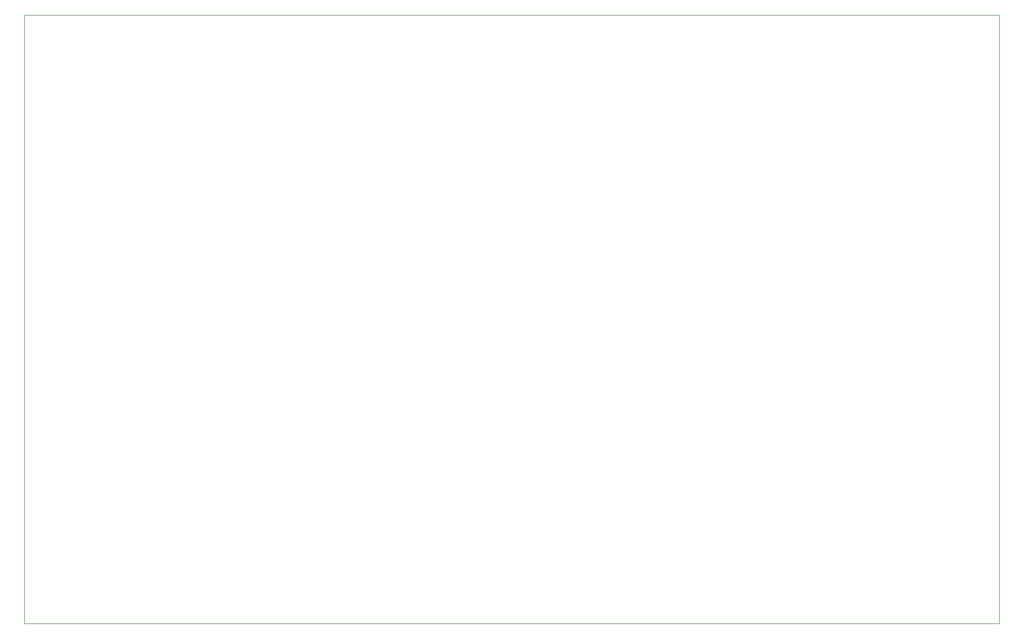
<source format=gbr>
G04 #@! TF.GenerationSoftware,KiCad,Pcbnew,(5.1.9-0-10_14)*
G04 #@! TF.CreationDate,2021-02-01T17:39:14+01:00*
G04 #@! TF.ProjectId,hv-power-supply,68762d70-6f77-4657-922d-737570706c79,rev?*
G04 #@! TF.SameCoordinates,Original*
G04 #@! TF.FileFunction,Profile,NP*
%FSLAX46Y46*%
G04 Gerber Fmt 4.6, Leading zero omitted, Abs format (unit mm)*
G04 Created by KiCad (PCBNEW (5.1.9-0-10_14)) date 2021-02-01 17:39:14*
%MOMM*%
%LPD*%
G01*
G04 APERTURE LIST*
G04 #@! TA.AperFunction,Profile*
%ADD10C,0.050000*%
G04 #@! TD*
G04 APERTURE END LIST*
D10*
X50292000Y-52832000D02*
X50292000Y-152400000D01*
X209804000Y-52832000D02*
X50292000Y-52832000D01*
X209804000Y-152400000D02*
X209804000Y-52832000D01*
X50292000Y-152400000D02*
X209804000Y-152400000D01*
M02*

</source>
